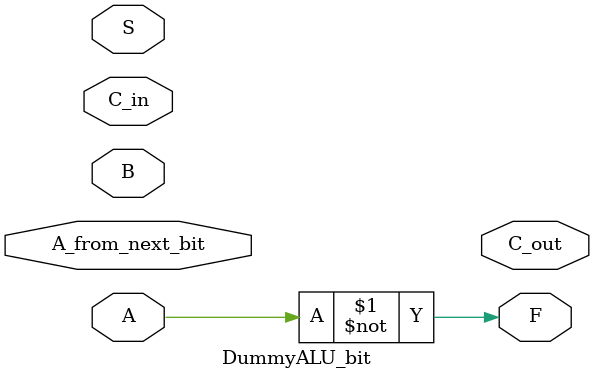
<source format=v>
module DummyALU_bit (S, A, B, F, C_in, A_from_next_bit, C_out);
	input [4:0]S;
	input A, B, C_in, A_from_next_bit;
	output F, C_out;

	assign F = ~A;
	
endmodule

</source>
